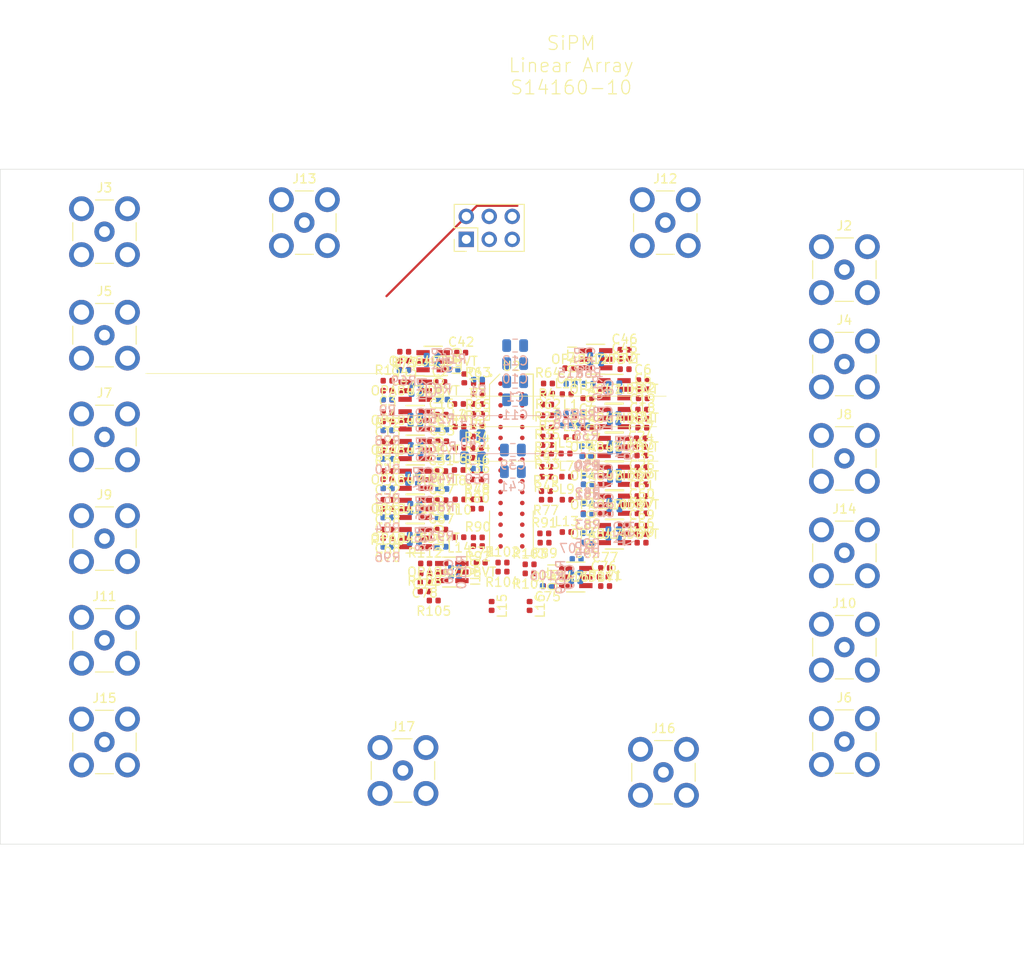
<source format=kicad_pcb>
(kicad_pcb (version 20210722) (generator pcbnew)
  (layers (0 "F.Cu" signal) (1 "In1.Cu" signal "GND") (2 "In2.Cu" signal "PWR") (31 "B.Cu" signal) (34 "B.Paste" user) (35 "F.Paste" user) (36 "B.SilkS" user "B.Silkscreen") (37 "F.SilkS" user "F.Silkscreen") (38 "B.Mask" user) (39 "F.Mask" user) (44 "Edge.Cuts" user))
  (net 0 "")
  (net 1 "GND")
  (net 2 "Net-(C7-Pad1)")
  (net 3 "VDDA")
  (net 4 "VSSA")
  (net 5 "Net-(L1-Pad1)")
  (net 6 "Net-(C8-Pad1)")
  (net 7 "Net-(C6-Pad1)")
  (net 8 "Net-(C9-Pad1)")
  (net 9 "Net-(L2-Pad1)")
  (net 10 "/VBias")
  (net 11 "Net-(C9-Pad2)")
  (net 12 "Net-(C8-Pad2)")
  (net 13 "LINE")
  (net 14 "Net-(C46-Pad1)")
  (net 15 "Net-(C47-Pad1)")
  (net 16 "Net-(C48-Pad1)")
  (net 17 "Net-(C48-Pad2)")
  (net 18 "Net-(C49-Pad1)")
  (net 19 "Net-(C49-Pad2)")
  (net 20 "Net-(J2-Pad1)")
  (net 21 "Net-(J3-Pad1)")
  (net 22 "Net-(J12-Pad1)")
  (net 23 "Net-(J13-Pad1)")
  (net 24 "Net-(L11-Pad1)")
  (net 25 "Net-(L12-Pad1)")
  (net 26 "/SipmPair1/IN2")
  (net 27 "/SipmPair1/IN1")
  (net 28 "/SipmPair/IN2")
  (net 29 "/SipmPair/IN1")
  (net 30 "/SipmPair1/LINE")
  (net 31 "/SipmPair/LINE")
  (net 32 "Net-(C19-Pad1)")
  (net 33 "Net-(C20-Pad1)")
  (net 34 "Net-(C21-Pad1)")
  (net 35 "Net-(C21-Pad2)")
  (net 36 "Net-(C22-Pad1)")
  (net 37 "Net-(C22-Pad2)")
  (net 38 "Net-(J4-Pad1)")
  (net 39 "Net-(J5-Pad1)")
  (net 40 "Net-(L3-Pad1)")
  (net 41 "Net-(L4-Pad1)")
  (net 42 "/SipmPair2/IN2")
  (net 43 "/SipmPair2/IN1")
  (net 44 "/SipmPair2/LINE")
  (net 45 "Net-(C27-Pad1)")
  (net 46 "Net-(C28-Pad1)")
  (net 47 "Net-(C29-Pad1)")
  (net 48 "Net-(C29-Pad2)")
  (net 49 "Net-(C30-Pad1)")
  (net 50 "Net-(C30-Pad2)")
  (net 51 "Net-(J6-Pad1)")
  (net 52 "Net-(J7-Pad1)")
  (net 53 "Net-(L5-Pad1)")
  (net 54 "Net-(L6-Pad1)")
  (net 55 "/SipmPair3/IN2")
  (net 56 "/SipmPair3/IN1")
  (net 57 "/SipmPair3/LINE")
  (net 58 "Net-(C11-Pad1)")
  (net 59 "Net-(C14-Pad1)")
  (net 60 "Net-(C35-Pad1)")
  (net 61 "Net-(C36-Pad1)")
  (net 62 "Net-(C37-Pad1)")
  (net 63 "Net-(C37-Pad2)")
  (net 64 "Net-(C38-Pad1)")
  (net 65 "Net-(C38-Pad2)")
  (net 66 "Net-(J8-Pad1)")
  (net 67 "Net-(J9-Pad1)")
  (net 68 "Net-(L7-Pad1)")
  (net 69 "Net-(L8-Pad1)")
  (net 70 "/SipmPair4/IN2")
  (net 71 "/SipmPair4/IN1")
  (net 72 "/SipmPair4/LINE")
  (net 73 "Net-(C61-Pad1)")
  (net 74 "Net-(C62-Pad1)")
  (net 75 "Net-(C63-Pad1)")
  (net 76 "Net-(C63-Pad2)")
  (net 77 "Net-(C64-Pad1)")
  (net 78 "Net-(C64-Pad2)")
  (net 79 "Net-(J10-Pad1)")
  (net 80 "Net-(J11-Pad1)")
  (net 81 "Net-(L9-Pad1)")
  (net 82 "Net-(L10-Pad1)")
  (net 83 "/SipmPair5/IN2")
  (net 84 "/SipmPair5/IN1")
  (net 85 "/SipmPair5/LINE")
  (net 86 "Net-(C69-Pad1)")
  (net 87 "Net-(C70-Pad1)")
  (net 88 "Net-(C71-Pad1)")
  (net 89 "Net-(C71-Pad2)")
  (net 90 "Net-(C72-Pad1)")
  (net 91 "Net-(C72-Pad2)")
  (net 92 "Net-(J14-Pad1)")
  (net 93 "Net-(J15-Pad1)")
  (net 94 "Net-(L13-Pad1)")
  (net 95 "Net-(L14-Pad1)")
  (net 96 "/SipmPair6/IN2")
  (net 97 "/SipmPair6/IN1")
  (net 98 "/SipmPair6/LINE")
  (net 99 "Net-(C77-Pad1)")
  (net 100 "Net-(C78-Pad1)")
  (net 101 "Net-(C79-Pad1)")
  (net 102 "Net-(C79-Pad2)")
  (net 103 "Net-(C80-Pad1)")
  (net 104 "Net-(C80-Pad2)")
  (net 105 "Net-(J16-Pad1)")
  (net 106 "Net-(J17-Pad1)")
  (net 107 "Net-(L15-Pad1)")
  (net 108 "Net-(L16-Pad1)")
  (net 109 "/SipmPair7/IN2")
  (net 110 "/SipmPair7/IN1")
  (net 111 "/SipmPair7/LINE")
  (footprint "footprints:R_0402_1005Metric" (layer "F.Cu") (at 187.53 99.2)
    (fp_text reference "R35")
    (fp_text value "33")
  )
  (footprint "footprints:R_0402_1005Metric" (layer "F.Cu") (at 169.9 102.090002)
    (fp_text reference "R56")
    (fp_text value "50")
  )
  (footprint "footprints:C_0402_1005Metric" (layer "F.Cu") (at 189.7 108.825)
    (fp_text reference "L13")
    (fp_text value "0.033uH")
  )
  (footprint "footprints:R_0402_1005Metric" (layer "F.Cu") (at 169.9 108.55 180)
    (fp_text reference "R100")
    (fp_text value "50")
  )
  (footprint "footprints:R_0402_1005Metric" (layer "F.Cu") (at 187.53 95.92 180)
    (fp_text reference "R2")
    (fp_text value "3.3")
  )
  (footprint "footprints:R_0402_1005Metric" (layer "F.Cu") (at 179.875 109.425)
    (fp_text reference "R90")
    (fp_text value "3.3")
  )
  (footprint "Capacitor_SMD:C_0402_1005Metric" (layer "F.Cu") (at 169.9 99.790002 180)
    (fp_text reference "C34")
    (fp_text value "1u")
  )
  (footprint "footprints:SMB_Jack_Vertical" (layer "F.Cu") (at 160.7 74.6)
    (fp_text reference "J13")
    (fp_text value "Conn_Coaxial")
  )
  (footprint "footprints:OPA847IDBVT" (layer "F.Cu") (at 194.96 96.22 180)
    (fp_text reference "U4")
    (fp_text value "OPA847IDBVT")
  )
  (footprint "footprints:SMB_Jack_Vertical" (layer "F.Cu") (at 220.4 132)
    (fp_text reference "J6")
    (fp_text value "Conn_Coaxial")
  )
  (footprint "Capacitor_SMD:C_0402_1005Metric" (layer "F.Cu") (at 169.9 104 180)
    (fp_text reference "C36")
    (fp_text value "1u")
  )
  (footprint "footprints:SMB_Jack_Vertical" (layer "F.Cu") (at 220.4 100.68)
    (fp_text reference "J8")
    (fp_text value "Conn_Coaxial")
  )
  (footprint "footprints:R_0402_1005Metric" (layer "F.Cu") (at 187.4 105.25 180)
    (fp_text reference "R77")
    (fp_text value "3.3")
  )
  (footprint "footprints:R_0402_1005Metric" (layer "F.Cu") (at 198 106.76)
    (fp_text reference "R87")
    (fp_text value "50")
  )
  (footprint "Capacitor_SMD:C_0402_1005Metric" (layer "F.Cu") (at 169.9 102.990002 180)
    (fp_text reference "C32")
    (fp_text value "1u")
  )
  (footprint "footprints:R_0402_1005Metric" (layer "F.Cu") (at 174.05 112.3)
    (fp_text reference "R112")
    (fp_text value "50")
  )
  (footprint "footprints:R_0402_1005Metric" (layer "F.Cu") (at 187.25 110 180)
    (fp_text reference "R89")
    (fp_text value "3.3")
  )
  (footprint "footprints:SMB_Jack_Vertical" (layer "F.Cu") (at 138.6 109.55)
    (fp_text reference "J9")
    (fp_text value "Conn_Coaxial")
  )
  (footprint "Capacitor_SMD:C_0402_1005Metric" (layer "F.Cu") (at 169.9 94.190002 180)
    (fp_text reference "C7")
    (fp_text value "1u")
  )
  (footprint "footprints:R_0402_1005Metric" (layer "F.Cu") (at 193.95 114.8)
    (fp_text reference "R111")
    (fp_text value "50")
  )
  (footprint "footprints:R_0402_1005Metric" (layer "F.Cu") (at 179.89 95.76 180)
    (fp_text reference "R5")
    (fp_text value "33")
  )
  (footprint "footprints:OPA847IDBVT" (layer "F.Cu") (at 194.99 105.8 180)
    (fp_text reference "U10")
    (fp_text value "OPA847IDBVT")
  )
  (footprint "Capacitor_SMD:C_0402_1005Metric" (layer "F.Cu") (at 169.9 97.590002 180)
    (fp_text reference "C20")
    (fp_text value "1u")
  )
  (footprint "footprints:OPA847IDBVT" (layer "F.Cu") (at 172.9548 93.190002)
    (fp_text reference "U3")
    (fp_text value "OPA847IDBVT")
  )
  (footprint "Capacitor_SMD:C_0402_1005Metric" (layer "F.Cu") (at 171.7374 90.880002 180)
    (fp_text reference "C47")
    (fp_text value "1u")
  )
  (footprint "footprints:C_0402_1005Metric" (layer "F.Cu") (at 181.4 117 -90)
    (fp_text reference "L15")
    (fp_text value "0.033uH")
  )
  (footprint "Capacitor_SMD:C_0402_1005Metric" (layer "F.Cu") (at 169.9 96.590002 180)
    (fp_text reference "C15")
    (fp_text value "1u")
  )
  (footprint "footprints:R_0402_1005Metric" (layer "F.Cu") (at 179.77 106.24)
    (fp_text reference "R80")
    (fp_text value "33")
  )
  (footprint "Capacitor_SMD:C_0402_1005Metric" (layer "F.Cu") (at 196.1 88.660001)
    (fp_text reference "C46")
    (fp_text value "1u")
  )
  (footprint "Capacitor_SMD:C_0402_1005Metric" (layer "F.Cu") (at 191.97 100.36 180)
    (fp_text reference "C23")
    (fp_text value "1u")
  )
  (footprint "Capacitor_SMD:C_0402_1005Metric" (layer "F.Cu") (at 175.7224 92.230002)
    (fp_text reference "C2")
    (fp_text value "1u")
  )
  (footprint "footprints:R_0402_1005Metric" (layer "F.Cu") (at 187.225 108.975)
    (fp_text reference "R91")
    (fp_text value "33")
  )
  (footprint "footprints:OPA847IDBVT" (layer "F.Cu") (at 172.9548 106.26)
    (fp_text reference "U11")
    (fp_text value "OPA847IDBVT")
  )
  (footprint "footprints:C_0402_1005Metric" (layer "F.Cu") (at 190.13 98.32)
    (fp_text reference "L3")
    (fp_text value "0.033uH")
  )
  (footprint "footprints:R_0402_1005Metric" (layer "F.Cu") (at 169.9 92.086055)
    (fp_text reference "R13")
    (fp_text value "50")
  )
  (footprint "footprints:R_0402_1005Metric" (layer "F.Cu") (at 198.125 94.03)
    (fp_text reference "R12")
    (fp_text value "50")
  )
  (footprint "Capacitor_SMD:C_0402_1005Metric" (layer "F.Cu") (at 198.125 92.03)
    (fp_text reference "C6")
    (fp_text value "1u")
  )
  (footprint "Capacitor_SMD:C_0402_1005Metric" (layer "F.Cu") (at 174 114.4 180)
    (fp_text reference "C78")
    (fp_text value "1u")
  )
  (footprint "footprints:OPA847IDBVT" (layer "F.Cu") (at 194.975 109.05 180)
    (fp_text reference "U14")
    (fp_text value "OPA847IDBVT")
  )
  (footprint "footprints:R_0402_1005Metric" (layer "F.Cu") (at 187.53 94.72)
    (fp_text reference "R4")
    (fp_text value "33")
  )
  (footprint "footprints:R_0402_1005Metric" (layer "F.Cu") (at 182.6 112.2)
    (fp_text reference "R102")
    (fp_text value "3.3")
  )
  (footprint "footprints:C_0402_1005Metric" (layer "F.Cu") (at 178.38 91.83 -90)
    (fp_text reference "L12")
    (fp_text value "0.033uH")
  )
  (footprint "footprints:OPA847IDBVT" (layer "F.Cu") (at 172.9548 96.473335)
    (fp_text reference "U5")
    (fp_text value "OPA847IDBVT")
  )
  (footprint "Capacitor_SMD:C_0402_1005Metric" (layer "F.Cu") (at 198.06 96.28)
    (fp_text reference "C18")
    (fp_text value "1u")
  )
  (footprint "footprints:R_0402_1005Metric" (layer "F.Cu") (at 169.9 105.2576 180)
    (fp_text reference "R88")
    (fp_text value "50")
  )
  (footprint "footprints:C_0402_1005Metric" (layer "F.Cu") (at 177.775 101.96 180)
    (fp_text reference "L8")
    (fp_text value "0.033uH")
  )
  (footprint "Capacitor_SMD:C_0402_1005Metric" (layer "F.Cu") (at 174.062973 113.40327 180)
    (fp_text reference "C74")
    (fp_text value "1u")
  )
  (footprint "footprints:R_0402_1005Metric" (layer "F.Cu") (at 196.1 90.810002)
    (fp_text reference "R72")
    (fp_text value "50")
  )
  (footprint "footprints:SMB_Jack_Vertical" (layer "F.Cu") (at 220.4 79.8)
    (fp_text reference "J2")
    (fp_text value "Conn_Coaxial")
  )
  (footprint "footprints:OPA847IDBVT" (layer "F.Cu") (at 190.7 113.8 180)
    (fp_text reference "U16")
    (fp_text value "OPA847IDBVT")
  )
  (footprint "footprints:R_0402_1005Metric" (layer "F.Cu") (at 179.79 99.51)
    (fp_text reference "R34")
    (fp_text value "3.3")
  )
  (footprint "footprints:C_0402_1005Metric" (layer "F.Cu") (at 189.7 105.25)
    (fp_text reference "L9")
    (fp_text value "0.033uH")
  )
  (footprint "footprints:R_0402_1005Metric" (layer "F.Cu") (at 169.9 98.820002 180)
    (fp_text reference "R44")
    (fp_text value "50")
  )
  (footprint "Capacitor_SMD:C_0402_1005Metric" (layer "F.Cu") (at 198.125 93.03)
    (fp_text reference "C5")
    (fp_text value "1u")
  )
  (footprint "footprints:R_0402_1005Metric" (layer "F.Cu") (at 185.6 112.4)
    (fp_text reference "R103")
    (fp_text value "33")
  )
  (footprint "footprints:R_0402_1005Metric" (layer "F.Cu") (at 185.6 113.4 180)
    (fp_text reference "R101")
    (fp_text value "3.3")
  )
  (footprint "footprints:R_0402_1005Metric" (layer "F.Cu") (at 187.52 100.15 180)
    (fp_text reference "R33")
    (fp_text value "3.3")
  )
  (footprint "footprints:OPA847IDBVT" (layer "F.Cu") (at 194.925 93.03 180)
    (fp_text reference "U1")
    (fp_text value "OPA847IDBVT")
  )
  (footprint "Capacitor_SMD:C_0402_1005Metric" (layer "F.Cu") (at 193.95 112.8)
    (fp_text reference "C77")
    (fp_text value "1u")
  )
  (footprint "footprints:R_0402_1005Metric" (layer "F.Cu") (at 169.9 95.590002 180)
    (fp_text reference "R32")
    (fp_text value "50")
  )
  (footprint "footprints:C_0402_1005Metric" (layer "F.Cu") (at 185.6 117 -90)
    (fp_text reference "L16")
    (fp_text value "0.033uH")
  )
  (footprint "Capacitor_SMD:C_0402_1005Metric" (layer "F.Cu") (at 190.01 90.7 180)
    (fp_text reference "C44")
    (fp_text value "1u")
  )
  (footprint "Capacitor_SMD:C_0402_1005Metric" (layer "F.Cu") (at 169.9 106.26 180)
    (fp_text reference "C58")
    (fp_text value "1u")
  )
  (footprint "footprints:C_0402_1005Metric" (layer "F.Cu") (at 190.13 95.92)
    (fp_text reference "L1")
    (fp_text value "0.033uH")
  )
  (footprint "footprints:SMB_Jack_Vertical" (layer "F.Cu") (at 138.6 87.05)
    (fp_text reference "J5")
    (fp_text value "Conn_Coaxial")
  )
  (footprint "Capacitor_SMD:C_0402_1005Metric" (layer "F.Cu") (at 169.9 93.186055 180)
    (fp_text reference "C3")
    (fp_text value "1u")
  )
  (footprint "Capacitor_SMD:C_0402_1005Metric" (layer "F.Cu") (at 197.99 101.65)
    (fp_text reference "C35")
    (fp_text value "1u")
  )
  (footprint "footprints:C_0402_1005Metric" (layer "F.Cu") (at 189.57 100.14)
    (fp_text reference "L5")
    (fp_text value "0.033uH")
  )
  (footprint "footprints:R_0402_1005Metric" (layer "F.Cu") (at 179.89 92.36)
    (fp_text reference "R63")
    (fp_text value "3.3")
  )
  (footprint "Capacitor_SMD:C_0402_1005Metric" (layer "F.Cu") (at 192.04 103.55 180)
    (fp_text reference "C25")
    (fp_text value "1u")
  )
  (footprint "Capacitor_SMD:C_0402_1005Metric" (layer "F.Cu") (at 196.1 89.660001)
    (fp_text reference "C45")
    (fp_text value "1u")
  )
  (footprint "footprints:R_0402_1005Metric" (layer "F.Cu") (at 179.79 100.61 180)
    (fp_text reference "R36")
    (fp_text value "33")
  )
  (footprint "Capacitor_SMD:C_0402_1005Metric" (layer "F.Cu") (at 197.975 108.125)
    (fp_text reference "C69")
    (fp_text value "1u")
  )
  (footprint "Capacitor_SMD:C_0402_1005Metric" (layer "F.Cu") (at 169.9 110.45 180)
    (fp_text reference "C70")
    (fp_text value "1u")
  )
  (footprint "footprints:SMB_Jack_Vertical" (layer "F.Cu") (at 138.6 75.6)
    (fp_text reference "J3")
    (fp_text value "Conn_Coaxial")
  )
  (footprint "footprints:OPA847IDBVT" (layer "F.Cu") (at 192.9 89.71 180)
    (fp_text reference "U12")
    (fp_text value "OPA847IDBVT")
  )
  (footprint "Capacitor_SMD:C_0402_1005Metric" (layer "F.Cu") (at 198 105.79)
    (fp_text reference "C60")
    (fp_text value "1u")
  )
  (footprint "footprints:R_0402_1005Metric" (layer "F.Cu") (at 182.6 113.2 180)
    (fp_text reference "R104")
    (fp_text value "33")
  )
  (footprint "footprints:C_0402_1005Metric" (layer "F.Cu") (at 177.79 94.66 180)
    (fp_text reference "L2")
    (fp_text value "0.033uH")
  )
  (footprint "Capacitor_SMD:C_0402_1005Metric" (layer "F.Cu") (at 175.8724 95.840002)
    (fp_text reference "C16")
    (fp_text value "1u")
  )
  (footprint "footprints:C_0402_1005Metric" (layer "F.Cu") (at 189.65 102.7)
    (fp_text reference "L7")
    (fp_text value "0.033uH")
  )
  (footprint "footprints:R_0402_1005Metric" (layer "F.Cu") (at 179.875 110.375 180)
    (fp_text reference "R92")
    (fp_text value "33")
  )
  (footprint "Capacitor_SMD:C_0402_1005Metric" (layer "F.Cu") (at 191.975 110 180)
    (fp_text reference "C65")
    (fp_text value "1u")
  )
  (footprint "footprints:C_0402_1005Metric" (layer "F.Cu") (at 189.7 93.57)
    (fp_text reference "L11")
    (fp_text value "0.033uH")
  )
  (footprint "footprints:OPA847IDBVT" (layer "F.Cu") (at 177 113.25)
    (fp_text reference "U17")
    (fp_text value "OPA847IDBVT")
  )
  (footprint "footprints:R_0402_1005Metric" (layer "F.Cu") (at 187.45 101.6)
    (fp_text reference "R47")
    (fp_text value "33")
  )
  (footprint "footprints:OPA847IDBVT" (layer "F.Cu") (at 174.9374 89.930002)
    (fp_text reference "U13")
    (fp_text value "OPA847IDBVT")
  )
  (footprint "Capacitor_SMD:C_0402_1005Metric" (layer "F.Cu") (at 192.02 97.31 180)
    (fp_text reference "C17")
    (fp_text value "1u")
  )
  (footprint "footprints:C_0402_1005Metric" (layer "F.Cu") (at 177.86 105.22 180)
    (fp_text reference "L10")
    (fp_text value "0.033uH")
  )
  (footprint "footprints:SMB_Jack_Vertical" (layer "F.Cu") (at 220.4 121.56)
    (fp_text reference "J10")
    (fp_text value "Conn_Coaxial")
  )
  (footprint "Capacitor_SMD:C_0402_1005Metric" (layer "F.Cu") (at 180.2 112.2)
    (fp_text reference "C73")
    (fp_text value "1u")
  )
  (footprint "footprints:R_0402_1005Metric" (layer "F.Cu") (at 179.78 105.21)
    (fp_text reference "R78")
    (fp_text value "3.3")
  )
  (footprint "Capacitor_SMD:C_0402_1005Metric" (layer "F.Cu") (at 198.06 95.28)
    (fp_text reference "C19")
    (fp_text value "1u")
  )
  (footprint "footprints:SMB_Jack_Vertical" (layer "F.Cu") (at 220.4 90.24)
    (fp_text reference "J4")
    (fp_text value "Conn_Coaxial")
  )
  (footprint "footprints:R_0402_1005Metric" (layer "F.Cu") (at 187.63 93.52 180)
    (fp_text reference "R62")
    (fp_text value "3.3")
  )
  (footprint "Capacitor_SMD:C_0402_1005Metric" (layer "F.Cu") (at 197.99 102.6)
    (fp_text reference "C26")
    (fp_text value "1u")
  )
  (footprint "footprints:OPA847IDBVT" (layer "F.Cu") (at 194.98 102.6 180)
    (fp_text reference "U8")
    (fp_text value "OPA847IDBVT")
  )
  (footprint "Capacitor_SMD:C_0402_1005Metric" (layer "F.Cu") (at 197.975 109.05)
    (fp_text reference "C66")
    (fp_text value "1u")
  )
  (footprint "S13615-1025:AF210729-S14160-x16" (layer "F.Cu") (at 183.59 101.41)
    (fp_text reference "U2")
    (fp_text value "S15643")
  )
  (footprint "footprints:R_0402_1005Metric" (layer "F.Cu") (at 187.53 97.26)
    (fp_text reference "R23")
    (fp_text value "33")
  )
  (footprint "footprints:PinHeader_2x03_P2.54mm_Vertical" (layer "F.Cu") (at 178.6 76.45 90)
    (fp_text reference "J1" hide)
    (fp_text value "SSQ-103-01-G-D")
  )
  (footprint "footprints:SMB_Jack_Vertical" (layer "F.Cu") (at 200.4 135.4)
    (fp_text reference "J16")
    (fp_text value "Conn_Coaxial")
  )
  (footprint "Capacitor_SMD:C_0402_1005Metric" (layer "F.Cu") (at 175.85 105.31)
    (fp_text reference "C57")
    (fp_text value "1u")
  )
  (footprint "footprints:OPA847IDBVT" (layer "F.Cu") (at 172.9548 103.040001)
    (fp_text reference "U9")
    (fp_text value "OPA847IDBVT")
  )
  (footprint "Capacitor_SMD:C_0402_1005Metric" (layer "F.Cu") (at 197.9 98.46)
    (fp_text reference "C27")
    (fp_text value "1u")
  )
  (footprint "footprints:SMB_Jack_Vertical" (layer "F.Cu") (at 138.6 120.8)
    (fp_text reference "J11")
    (fp_text value "Conn_Coaxial")
  )
  (footprint "footprints:SMB_Jack_Vertical" (layer "F.Cu") (at 220.4 111.12)
    (fp_text reference "J14")
    (fp_text value "Conn_Coaxial")
  )
  (footprint "footprints:C_0402_1005Metric" (layer "F.Cu") (at 177.84 97.16)
    (fp_text reference "L4")
    (fp_text value "0.033uH")
  )
  (footprint "Capacitor_SMD:C_0402_1005Metric" (layer "F.Cu") (at 197.9 99.4)
    (fp_text reference "C24")
    (fp_text value "1u")
  )
  (footprint "footprints:R_0402_1005Metric" (layer "F.Cu") (at 174 115.4)
    (fp_text reference "R108")
    (fp_text value "5000")
  )
  (footprint "footprints:SMB_Jack_Vertical" (layer "F.Cu") (at 171.6 135.2)
    (fp_text reference "J17")
    (fp_text value "Conn_Coaxial")
  )
  (footprint "Capacitor_SMD:C_0402_1005Metric" (layer "F.Cu") (at 197.98 104.85)
    (fp_text reference "C61")
    (fp_text value "1u")
  )
  (footprint "Capacitor_SMD:C_0402_1005Metric" (layer "F.Cu") (at 175.8224 102.090002)
    (fp_text reference "C31")
    (fp_text value "1u")
  )
  (footprint "footprints:R_0402_1005Metric" (layer "F.Cu") (at 187.63 92.395)
    (fp_text reference "R64")
    (fp_text value "33")
  )
  (footprint "footprints:R_0402_1005Metric" (layer "F.Cu") (at 179.79 103.01 180)
    (fp_text reference "R48")
    (fp_text value "33")
  )
  (footprint "Capacitor_SMD:C_0402_1005Metric" (layer "F.Cu") (at 193.8 113.8)
    (fp_text reference "C76")
    (fp_text value "1u")
  )
  (footprint "footprints:C_0402_1005Metric" (layer "F.Cu") (at 177.835 109.4 180)
    (fp_text reference "L14")
    (fp_text value "0.033uH")
  )
  (footprint "Capacitor_SMD:C_0402_1005Metric" (layer "F.Cu") (at 178.0374 88.980002)
    (fp_text reference "C42")
    (fp_text value "1u")
  )
  (footprint "footprints:SMB_Jack_Vertical" (layer "F.Cu") (at 200.6 74.6)
    (fp_text reference "J12")
    (fp_text value "Conn_Coaxial")
  )
  (footprint "Capacitor_SMD:C_0402_1005Metric" (layer "F.Cu") (at 169.9 100.740002 180)
    (fp_text reference "C28")
    (fp_text value "1u")
  )
  (footprint "footprints:R_0402_1005Metric" (layer "F.Cu") (at 197.99 103.55)
    (fp_text reference "R55")
    (fp_text value "50")
  )
  (footprint "footprints:R_0402_1005Metric" (layer "F.Cu") (at 197.96 100.36)
    (fp_text reference "R43")
    (fp_text value "50")
  )
  (footprint "footprints:SMB_Jack_Vertical" (layer "F.Cu") (at 138.6 132.05)
    (fp_text reference "J15")
    (fp_text value "Conn_Coaxial")
  )
  (footprint "Capacitor_SMD:C_0402_1005Metric" (layer "F.Cu") (at 171.7374 89.880002 180)
    (fp_text reference "C43")
    (fp_text value "1u")
  )
  (footprint "footprints:R_0402_1005Metric" (layer "F.Cu") (at 171.7374 88.880002 180)
    (fp_text reference "R73")
    (fp_text value "50")
  )
  (footprint "Capacitor_SMD:C_0402_1005Metric" (layer "F.Cu") (at 192 94.02 180)
    (fp_text reference "C4")
    (fp_text value "1u")
  )
  (footprint "footprints:R_0402_1005Metric" (layer "F.Cu") (at 187.465 102.7 180)
    (fp_text reference "R45")
    (fp_text value "3.3")
  )
  (footprint "footprints:R_0402_1005Metric" (layer "F.Cu") (at 187.4 104.3)
    (fp_text reference "R79")
    (fp_text value "33")
  )
  (footprint "Capacitor_SMD:C_0402_1005Metric" (layer "F.Cu") (at 169.9 109.5 180)
    (fp_text reference "C68")
    (fp_text value "1u")
  )
  (footprint "footprints:R_0402_1005Metric" (layer "F.Cu") (at 179.875 97.16)
    (fp_text reference "R22")
    (fp_text value "3.3")
  )
  (footprint "footprints:OPA847IDBVT" (layer "F.Cu") (at 172.9548 99.756668)
    (fp_text reference "U7")
    (fp_text value "OPA847IDBVT")
  )
  (footprint "footprints:OPA847IDBVT" (layer "F.Cu") (at 172.9548 109.5)
    (fp_text reference "U15")
    (fp_text value "OPA847IDBVT")
  )
  (footprint "footprints:R_0402_1005Metric" (layer "F.Cu") (at 179.89 93.56 180)
    (fp_text reference "R65")
    (fp_text value "33")
  )
  (footprint "footprints:R_0402_1005Metric" (layer "F.Cu") (at 179.905 94.66)
    (fp_text reference "R3")
    (fp_text value "3.3")
  )
  (footprint "footprints:SMB_Jack_Vertical" (layer "F.Cu") (at 138.6 98.3)
    (fp_text reference "J7")
    (fp_text value "Conn_Coaxial")
  )
  (footprint "Capacitor_SMD:C_0402_1005Metric" (layer "F.Cu") (at 169.9 107.21 180)
    (fp_text reference "C62")
    (fp_text value "1u")
  )
  (footprint "footprints:R_0402_1005Metric" (layer "F.Cu") (at 175 116.4 180)
    (fp_text reference "R105")
    (fp_text value "5000")
  )
  (footprint "footprints:OPA847IDBVT" (layer "F.Cu") (at 194.96 99.41 180)
    (fp_text reference "U6")
    (fp_text value "OPA847IDBVT")
  )
  (footprint "Capacitor_SMD:C_0402_1005Metric" (layer "F.Cu") (at 187.6 114.8 180)
    (fp_text reference "C75")
    (fp_text value "1u")
  )
  (footprint "Capacitor_SMD:C_0402_1005Metric" (layer "F.Cu") (at 175.825 108.55)
    (fp_text reference "C67")
    (fp_text value "1u")
  )
  (footprint "footprints:R_0402_1005Metric" (layer "F.Cu") (at 187.53 98.26 180)
    (fp_text reference "R21")
    (fp_text value "3.3")
  )
  (footprint "footprints:R_0402_1005Metric" (layer "F.Cu") (at 179.84 98.26 180)
    (fp_text reference "R24")
    (fp_text value "33")
  )
  (footprint "footprints:R_0402_1005Metric" (layer "F.Cu") (at 179.79 102.01)
    (fp_text reference "R46")
    (fp_text value "3.3")
  )
  (footprint "Capacitor_SMD:C_0402_1005Metric" (layer "F.Cu") (at 192.02 106.75 180)
    (fp_text reference "C59")
    (fp_text value "1u")
  )
  (footprint "footprints:R_0402_1005Metric" (layer "F.Cu") (at 198.06 97.28)
    (fp_text reference "R31")
    (fp_text value "50")
  )
  (footprint "footprints:R_0402_1005Metric" (layer "F.Cu") (at 197.975 110)
    (fp_text reference "R99")
    (fp_text value "50")
  )
  (footprint "Capacitor_SMD:C_0402_1005Metric" (layer "F.Cu") (at 175.9224 98.790002)
    (fp_text reference "C33")
    (fp_text value "1u")
  )
  (footprint "footprints:C_0402_1005Metric" (layer "F.Cu") (at 177.875 99.51 180)
    (fp_text reference "L6")
    (fp_text value "0.033uH")
  )
  (footprint "footprints:R_0402_1005Metric" (layer "B.Cu") (at 179.89 91.96)
    (fp_text reference "R1")
    (fp_text value "10")
  )
  (footprint "footprints:R_0402_1005Metric" (layer "B.Cu") (at 191.87 99.34 180)
    (fp_text reference "R38")
    (fp_text value "5000")
  )
  (footprint "footprints:R_0402_1005Metric" (layer "B.Cu") (at 190.93 95.72)
    (fp_text reference "R7")
    (fp_text value "5000")
  )
  (footprint "Capacitor_SMD:C_0402_1005Metric" (layer "B.Cu") (at 173.5424 99.655002 90)
    (fp_text reference "C30")
    (fp_text value "1p")
  )
  (footprint "footprints:R_0402_1005Metric" (layer "B.Cu") (at 175.89 107.2 180)
    (fp_text reference "R81")
    (fp_text value "5000")
  )
  (footprint "footprints:R_0402_1005Metric" (layer "B.Cu") (at 175.9224 97.490002 180)
    (fp_text reference "R25")
    (fp_text value "5000")
  )
  (footprint "footprints:R_0402_1005Metric" (layer "B.Cu") (at 175.9374 104.060002 180)
    (fp_text reference "R49")
    (fp_text value "5000")
  )
  (footprint "footprints:R_0402_1005Metric" (layer "B.Cu") (at 192.3 89.71 -90)
    (fp_text reference "R70")
    (fp_text value "1.5k")
  )
  (footprint "footprints:R_0402_1005Metric" (layer "B.Cu") (at 191.975 110)
    (fp_text reference "R94")
    (fp_text value "5000")
  )
  (footprint "footprints:R_0402_1005Metric" (layer "B.Cu") (at 169.9 103.980002)
    (fp_text reference "R52")
    (fp_text value "5000")
  )
  (footprint "footprints:R_0402_1005Metric" (layer "B.Cu") (at 179.84 101.81)
    (fp_text reference "R59")
    (fp_text value "10")
  )
  (footprint "Capacitor_SMD:C_0402_1005Metric" (layer "B.Cu") (at 173.41 106.15 90)
    (fp_text reference "C64")
    (fp_text value "1p")
  )
  (footprint "Capacitor_SMD:C_0402_1005Metric" (layer "B.Cu") (at 177.8 113.2 -90)
    (fp_text reference "C80")
    (fp_text value "1p")
  )
  (footprint "footprints:R_0402_1005Metric" (layer "B.Cu") (at 192.024 106.87)
    (fp_text reference "R83")
    (fp_text value "5000")
  )
  (footprint "footprints:R_0402_1005Metric" (layer "B.Cu") (at 172.4724 99.655002 90)
    (fp_text reference "R42")
    (fp_text value "1.5k")
  )
  (footprint "footprints:R_0402_1005Metric" (layer "B.Cu") (at 191.515 97.02 180)
    (fp_text reference "R27")
    (fp_text value "5000")
  )
  (footprint "footprints:R_0402_1005Metric" (layer "B.Cu") (at 190.13 92.42 180)
    (fp_text reference "R15")
    (fp_text value "5000")
  )
  (footprint "Capacitor_SMD:C_0402_1005Metric" (layer "B.Cu") (at 193.5 89.71 -90)
    (fp_text reference "C48")
    (fp_text value "1p")
  )
  (footprint "footprints:R_0402_1005Metric" (layer "B.Cu") (at 194.424463 105.825029 -90)
    (fp_text reference "R85")
    (fp_text value "1.5k")
  )
  (footprint "footprints:R_0402_1005Metric" (layer "B.Cu") (at 194.325 92.83 -90)
    (fp_text reference "R10")
    (fp_text value "1.5k")
  )
  (footprint "Capacitor_SMD:C_0805_2012Metric" (layer "B.Cu") (at 184 92.2)
    (fp_text reference "C1")
    (fp_text value "1u")
  )
  (footprint "Capacitor_SMD:C_0402_1005Metric" (layer "B.Cu") (at 195.41 96.24 -90)
    (fp_text reference "C21")
    (fp_text value "1p")
  )
  (footprint "Capacitor_SMD:C_0805_2012Metric" (layer "B.Cu") (at 179.34 100.61 180)
    (fp_text reference "C40")
    (fp_text value "1u")
  )
  (footprint "footprints:R_0402_1005Metric" (layer "B.Cu") (at 176.0224 94.165002 180)
    (fp_text reference "R6")
    (fp_text value "5000")
  )
  (footprint "footprints:R_0402_1005Metric" (layer "B.Cu") (at 194.5 99.47 90)
    (fp_text reference "R41")
    (fp_text value "1.5k")
  )
  (footprint "footprints:R_0402_1005Metric" (layer "B.Cu") (at 173.5124 96.440002 90)
    (fp_text reference "R30")
    (fp_text value "1.5k")
  )
  (footprint "footprints:R_0402_1005Metric" (layer "B.Cu") (at 174.2124 89.780002 90)
    (fp_text reference "R71")
    (fp_text value "1.5k")
  )
  (footprint "Capacitor_SMD:C_0402_1005Metric" (layer "B.Cu") (at 173.2524 102.960002 90)
    (fp_text reference "C38")
    (fp_text value "1p")
  )
  (footprint "Capacitor_SMD:C_0805_2012Metric" (layer "B.Cu") (at 179.29 98.16 180)
    (fp_text reference "C14")
    (fp_text value "1u")
  )
  (footprint "footprints:R_0402_1005Metric" (layer "B.Cu") (at 169.9 97.565002)
    (fp_text reference "R28")
    (fp_text value "5000")
  )
  (footprint "Capacitor_SMD:C_0402_1005Metric" (layer "B.Cu") (at 173.375 109.575 90)
    (fp_text reference "C72")
    (fp_text value "1p")
  )
  (footprint "Capacitor_SMD:C_0805_2012Metric" (layer "B.Cu") (at 183.75 102.15)
    (fp_text reference "C41")
    (fp_text value "1u")
  )
  (footprint "footprints:R_0402_1005Metric" (layer "B.Cu") (at 172.42 106.155 90)
    (fp_text reference "R86")
    (fp_text value "1.5k")
  )
  (footprint "footprints:R_0402_1005Metric" (layer "B.Cu") (at 176.9 113.25 90)
    (fp_text reference "R110")
    (fp_text value "1.5k")
  )
  (footprint "Capacitor_SMD:C_0402_1005Metric" (layer "B.Cu") (at 191.2 113.8 -90)
    (fp_text reference "C79")
    (fp_text value "1p")
  )
  (footprint "footprints:R_0402_1005Metric" (layer "B.Cu") (at 175.85 110.45 180)
    (fp_text reference "R93")
    (fp_text value "5000")
  )
  (footprint "footprints:R_0402_1005Metric" (layer "B.Cu") (at 191.88 100.44)
    (fp_text reference "R39")
    (fp_text value "5000")
  )
  (footprint "Capacitor_SMD:C_0402_1005Metric" (layer "B.Cu") (at 195.44 99.47 90)
    (fp_text reference "C29")
    (fp_text value "1p")
  )
  (footprint "footprints:R_0402_1005Metric" (layer "B.Cu") (at 169.9 110.45)
    (fp_text reference "R96")
    (fp_text value "5000")
  )
  (footprint "footprints:R_0402_1005Metric" (layer "B.Cu") (at 189.13 95.72)
    (fp_text reference "R8")
    (fp_text value "5000")
  )
  (footprint "Capacitor_SMD:C_0402_1005Metric" (layer "B.Cu") (at 195.53 105.860058 -90)
    (fp_text reference "C63")
    (fp_text value "1p")
  )
  (footprint "footprints:R_0402_1005Metric" (layer "B.Cu") (at 191.975 108.95)
    (fp_text reference "R95")
    (fp_text value "5000")
  )
  (footprint "footprints:R_0402_1005Metric" (layer "B.Cu") (at 171.6874 90.930002)
    (fp_text reference "R69")
    (fp_text value "5000")
  )
  (footprint "footprints:R_0402_1005Metric" (layer "B.Cu") (at 169.9 107.21)
    (fp_text reference "R84")
    (fp_text value "5000")
  )
  (footprint "Capacitor_SMD:C_0805_2012Metric" (layer "B.Cu") (at 184 88.2)
    (fp_text reference "C12")
    (fp_text value "1u")
  )
  (footprint "footprints:R_0402_1005Metric" (layer "B.Cu") (at 194.47 96.24 -90)
    (fp_text reference "R29")
    (fp_text value "1.5k")
  )
  (footprint "footprints:R_0402_1005Metric" (layer "B.Cu") (at 194.5 102.6 -90)
    (fp_text reference "R53")
    (fp_text value "1.5k")
  )
  (footprint "Capacitor_SMD:C_0805_2012Metric" (layer "B.Cu") (at 184 94.2)
    (fp_text reference "C11")
    (fp_text value "1u")
  )
  (footprint "Capacitor_SMD:C_0402_1005Metric" (layer "B.Cu") (at 173.5474 93.090002 90)
    (fp_text reference "C9")
    (fp_text value "1p")
  )
  (footprint "Capacitor_SMD:C_0402_1005Metric" (layer "B.Cu") (at 175.4124 89.780002 90)
    (fp_text reference "C49")
    (fp_text value "1p")
  )
  (footprint "footprints:R_0402_1005Metric" (layer "B.Cu") (at 176.1224 100.580002 180)
    (fp_text reference "R37")
    (fp_text value "5000")
  )
  (footprint "footprints:R_0402_1005Metric" (layer "B.Cu") (at 169.9 94.165002)
    (fp_text reference "R9")
    (fp_text value "5000")
  )
  (footprint "footprints:R_0402_1005Metric" (layer "B.Cu") (at 172.1624 102.920002 90)
    (fp_text reference "R54")
    (fp_text value "1.5k")
  )
  (footprint "footprints:R_0402_1005Metric" (layer "B.Cu") (at 177.1874 90.855002 180)
    (fp_text reference "R14")
    (fp_text value "5000")
  )
  (footprint "Capacitor_SMD:C_0805_2012Metric" (layer "B.Cu") (at 184 90.2)
    (fp_text reference "C10")
    (fp_text value "1u")
  )
  (footprint "Capacitor_SMD:C_0402_1005Metric" (layer "B.Cu") (at 195.525 92.83 -90)
    (fp_text reference "C8")
    (fp_text value "1p")
  )
  (footprint "footprints:R_0402_1005Metric" (layer "B.Cu") (at 172.5474 93.090002 90)
    (fp_text reference "R11")
    (fp_text value "1.5k")
  )
  (footprint "Capacitor_SMD:C_0805_2012Metric" (layer "B.Cu") (at 183.75 99.75)
    (fp_text reference "C39")
    (fp_text value "1u")
  )
  (footprint "footprints:R_0402_1005Metric" (layer "B.Cu") (at 190.2 113.8 -90)
    (fp_text reference "R109")
    (fp_text value "1.5k")
  )
  (footprint "footprints:R_0402_1005Metric" (layer "B.Cu") (at 190.8 111.8 180)
    (fp_text reference "R107")
    (fp_text value "5000")
  )
  (footprint "footprints:R_0402_1005Metric" (layer "B.Cu") (at 192.04 103.55)
    (fp_text reference "R51")
    (fp_text value "5000")
  )
  (footprint "footprints:R_0402_1005Metric" (layer "B.Cu") (at 187.515 114.8 180)
    (fp_text reference "R106")
    (fp_text value "5000")
  )
  (footprint "footprints:R_0402_1005Metric" (layer "B.Cu") (at 192.024 105.664 180)
    (fp_text reference "R82")
    (fp_text value "5000")
  )
  (footprint "Capacitor_SMD:C_0402_1005Metric" (layer "B.Cu") (at 195.45 102.6 -90)
    (fp_text reference "C37")
    (fp_text value "1p")
  )
  (footprint "footprints:R_0402_1005Metric" (layer "B.Cu") (at 195.475 108.975 90)
    (fp_text reference "R97")
    (fp_text value "1.5k")
  )
  (footprint "Capacitor_SMD:C_0402_1005Metric" (layer "B.Cu") (at 194.315 108.975 90)
    (fp_text reference "C71")
    (fp_text value "1p")
  )
  (footprint "footprints:R_0402_1005Metric" (layer "B.Cu") (at 169.9 100.730002)
    (fp_text reference "R40")
    (fp_text value "5000")
  )
  (footprint "footprints:R_0402_1005Metric" (layer "B.Cu") (at 172.35 109.575 90)
    (fp_text reference "R98")
    (fp_text value "1.5k")
  )
  (footprint "footprints:R_0402_1005Metric" (layer "B.Cu") (at 192.05 102.6 180)
    (fp_text reference "R50")
    (fp_text value "5000")
  )
  (footprint "Capacitor_SMD:C_0402_1005Metric" (layer "B.Cu") (at 172.4424 96.420002 90)
    (fp_text reference "C22")
    (fp_text value "1p")
  )
  (footprint "footprints:R_0402_1005Metric" (layer "B.Cu") (at 189.73 97.02 180)
    (fp_text reference "R26")
    (fp_text value "5000")
  )
  (footprint "footprints:R_0402_1005Metric" (layer "B.Cu") (at 192.13 92.42 180)
    (fp_text reference "R68")
    (fp_text value "5000")
  )
  (gr_line (start 196.55 100.15) (end 168.9 100.15) (layer "B.SilkS") (width 0.0762))
  (gr_line (start 196.45 95.95) (end 168.8 95.95) (layer "B.SilkS") (width 0.0762))
  (gr_line (start 199.6574 97.170002) (end 172.0074 97.170002) (layer "F.SilkS") (width 0.0762))
  (gr_line (start 200.6974 93.795002) (end 173.0474 93.795002) (layer "F.SilkS") (width 0.0762))
  (gr_line (start 172.2024 101.010002) (end 199.8024 100.985002) (layer "F.SilkS") (width 0.0762))
  (gr_line (start 170.8169 91.290003) (end 143.1669 91.290003) (layer "F.SilkS") (width 0.0762))
  (gr_rect (start 127.075 68.7) (end 240.25 143.35) (layer "Edge.Cuts") (width 0.05) (fill none))
  (gr_text "SiPM\nLinear Array\nS14160-10\n" (at 190.2 57.2) (layer "F.SilkS") (effects (font (size 1.524 1.524) (thickness 0.127))))
  (segment (start 178.6 73.91) (end 179.775011 72.734989) (width 0.25) (layer "F.Cu") (net 4))
  (segment (start 169.78 82.73) (end 178.6 73.91) (width 0.25) (layer "F.Cu") (net 4))
  (segment (start 179.775011 72.734989) (end 184.244006 72.734989) (width 0.25) (layer "F.Cu") (net 4))
)
</source>
